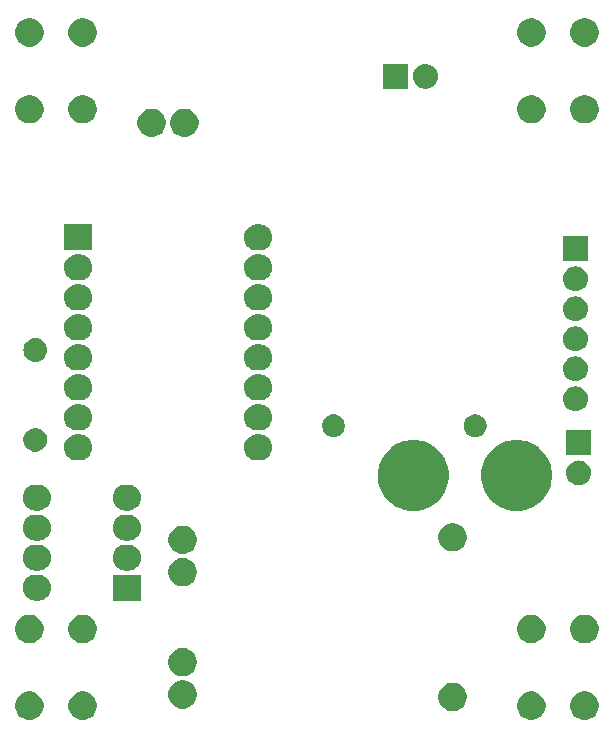
<source format=gbr>
G04 #@! TF.GenerationSoftware,KiCad,Pcbnew,(5.0.1-3-g963ef8bb5)*
G04 #@! TF.CreationDate,2019-04-15T21:43:45+02:00*
G04 #@! TF.ProjectId,NOKOlino,4E4F4B4F6C696E6F2E6B696361645F70,rev?*
G04 #@! TF.SameCoordinates,Original*
G04 #@! TF.FileFunction,Soldermask,Bot*
G04 #@! TF.FilePolarity,Negative*
%FSLAX46Y46*%
G04 Gerber Fmt 4.6, Leading zero omitted, Abs format (unit mm)*
G04 Created by KiCad (PCBNEW (5.0.1-3-g963ef8bb5)) date 2019 April 15, Monday 21:43:45*
%MOMM*%
%LPD*%
G01*
G04 APERTURE LIST*
%ADD10C,0.100000*%
G04 APERTURE END LIST*
D10*
G36*
X182100026Y-144846115D02*
X182318412Y-144936573D01*
X182514958Y-145067901D01*
X182682099Y-145235042D01*
X182813427Y-145431588D01*
X182903885Y-145649974D01*
X182950000Y-145881809D01*
X182950000Y-146118191D01*
X182903885Y-146350026D01*
X182813427Y-146568412D01*
X182682099Y-146764958D01*
X182514958Y-146932099D01*
X182318412Y-147063427D01*
X182100026Y-147153885D01*
X181868191Y-147200000D01*
X181631809Y-147200000D01*
X181399974Y-147153885D01*
X181181588Y-147063427D01*
X180985042Y-146932099D01*
X180817901Y-146764958D01*
X180686573Y-146568412D01*
X180596115Y-146350026D01*
X180550000Y-146118191D01*
X180550000Y-145881809D01*
X180596115Y-145649974D01*
X180686573Y-145431588D01*
X180817901Y-145235042D01*
X180985042Y-145067901D01*
X181181588Y-144936573D01*
X181399974Y-144846115D01*
X181631809Y-144800000D01*
X181868191Y-144800000D01*
X182100026Y-144846115D01*
X182100026Y-144846115D01*
G37*
G36*
X177600026Y-144846115D02*
X177818412Y-144936573D01*
X178014958Y-145067901D01*
X178182099Y-145235042D01*
X178313427Y-145431588D01*
X178403885Y-145649974D01*
X178450000Y-145881809D01*
X178450000Y-146118191D01*
X178403885Y-146350026D01*
X178313427Y-146568412D01*
X178182099Y-146764958D01*
X178014958Y-146932099D01*
X177818412Y-147063427D01*
X177600026Y-147153885D01*
X177368191Y-147200000D01*
X177131809Y-147200000D01*
X176899974Y-147153885D01*
X176681588Y-147063427D01*
X176485042Y-146932099D01*
X176317901Y-146764958D01*
X176186573Y-146568412D01*
X176096115Y-146350026D01*
X176050000Y-146118191D01*
X176050000Y-145881809D01*
X176096115Y-145649974D01*
X176186573Y-145431588D01*
X176317901Y-145235042D01*
X176485042Y-145067901D01*
X176681588Y-144936573D01*
X176899974Y-144846115D01*
X177131809Y-144800000D01*
X177368191Y-144800000D01*
X177600026Y-144846115D01*
X177600026Y-144846115D01*
G37*
G36*
X139600026Y-144846115D02*
X139818412Y-144936573D01*
X140014958Y-145067901D01*
X140182099Y-145235042D01*
X140313427Y-145431588D01*
X140403885Y-145649974D01*
X140450000Y-145881809D01*
X140450000Y-146118191D01*
X140403885Y-146350026D01*
X140313427Y-146568412D01*
X140182099Y-146764958D01*
X140014958Y-146932099D01*
X139818412Y-147063427D01*
X139600026Y-147153885D01*
X139368191Y-147200000D01*
X139131809Y-147200000D01*
X138899974Y-147153885D01*
X138681588Y-147063427D01*
X138485042Y-146932099D01*
X138317901Y-146764958D01*
X138186573Y-146568412D01*
X138096115Y-146350026D01*
X138050000Y-146118191D01*
X138050000Y-145881809D01*
X138096115Y-145649974D01*
X138186573Y-145431588D01*
X138317901Y-145235042D01*
X138485042Y-145067901D01*
X138681588Y-144936573D01*
X138899974Y-144846115D01*
X139131809Y-144800000D01*
X139368191Y-144800000D01*
X139600026Y-144846115D01*
X139600026Y-144846115D01*
G37*
G36*
X135100026Y-144846115D02*
X135318412Y-144936573D01*
X135514958Y-145067901D01*
X135682099Y-145235042D01*
X135813427Y-145431588D01*
X135903885Y-145649974D01*
X135950000Y-145881809D01*
X135950000Y-146118191D01*
X135903885Y-146350026D01*
X135813427Y-146568412D01*
X135682099Y-146764958D01*
X135514958Y-146932099D01*
X135318412Y-147063427D01*
X135100026Y-147153885D01*
X134868191Y-147200000D01*
X134631809Y-147200000D01*
X134399974Y-147153885D01*
X134181588Y-147063427D01*
X133985042Y-146932099D01*
X133817901Y-146764958D01*
X133686573Y-146568412D01*
X133596115Y-146350026D01*
X133550000Y-146118191D01*
X133550000Y-145881809D01*
X133596115Y-145649974D01*
X133686573Y-145431588D01*
X133817901Y-145235042D01*
X133985042Y-145067901D01*
X134181588Y-144936573D01*
X134399974Y-144846115D01*
X134631809Y-144800000D01*
X134868191Y-144800000D01*
X135100026Y-144846115D01*
X135100026Y-144846115D01*
G37*
G36*
X170930026Y-144102515D02*
X171148412Y-144192973D01*
X171344958Y-144324301D01*
X171512099Y-144491442D01*
X171643427Y-144687988D01*
X171733885Y-144906374D01*
X171780000Y-145138209D01*
X171780000Y-145374591D01*
X171733885Y-145606426D01*
X171643427Y-145824812D01*
X171512099Y-146021358D01*
X171344958Y-146188499D01*
X171148412Y-146319827D01*
X170930026Y-146410285D01*
X170698191Y-146456400D01*
X170461809Y-146456400D01*
X170229974Y-146410285D01*
X170011588Y-146319827D01*
X169815042Y-146188499D01*
X169647901Y-146021358D01*
X169516573Y-145824812D01*
X169426115Y-145606426D01*
X169380000Y-145374591D01*
X169380000Y-145138209D01*
X169426115Y-144906374D01*
X169516573Y-144687988D01*
X169647901Y-144491442D01*
X169815042Y-144324301D01*
X170011588Y-144192973D01*
X170229974Y-144102515D01*
X170461809Y-144056400D01*
X170698191Y-144056400D01*
X170930026Y-144102515D01*
X170930026Y-144102515D01*
G37*
G36*
X148070026Y-143899315D02*
X148288412Y-143989773D01*
X148484958Y-144121101D01*
X148652099Y-144288242D01*
X148783427Y-144484788D01*
X148873885Y-144703174D01*
X148920000Y-144935009D01*
X148920000Y-145171391D01*
X148873885Y-145403226D01*
X148783427Y-145621612D01*
X148652099Y-145818158D01*
X148484958Y-145985299D01*
X148288412Y-146116627D01*
X148070026Y-146207085D01*
X147838191Y-146253200D01*
X147601809Y-146253200D01*
X147369974Y-146207085D01*
X147151588Y-146116627D01*
X146955042Y-145985299D01*
X146787901Y-145818158D01*
X146656573Y-145621612D01*
X146566115Y-145403226D01*
X146520000Y-145171391D01*
X146520000Y-144935009D01*
X146566115Y-144703174D01*
X146656573Y-144484788D01*
X146787901Y-144288242D01*
X146955042Y-144121101D01*
X147151588Y-143989773D01*
X147369974Y-143899315D01*
X147601809Y-143853200D01*
X147838191Y-143853200D01*
X148070026Y-143899315D01*
X148070026Y-143899315D01*
G37*
G36*
X148070026Y-141156115D02*
X148288412Y-141246573D01*
X148484958Y-141377901D01*
X148652099Y-141545042D01*
X148783427Y-141741588D01*
X148873885Y-141959974D01*
X148920000Y-142191809D01*
X148920000Y-142428191D01*
X148873885Y-142660026D01*
X148783427Y-142878412D01*
X148652099Y-143074958D01*
X148484958Y-143242099D01*
X148288412Y-143373427D01*
X148070026Y-143463885D01*
X147838191Y-143510000D01*
X147601809Y-143510000D01*
X147369974Y-143463885D01*
X147151588Y-143373427D01*
X146955042Y-143242099D01*
X146787901Y-143074958D01*
X146656573Y-142878412D01*
X146566115Y-142660026D01*
X146520000Y-142428191D01*
X146520000Y-142191809D01*
X146566115Y-141959974D01*
X146656573Y-141741588D01*
X146787901Y-141545042D01*
X146955042Y-141377901D01*
X147151588Y-141246573D01*
X147369974Y-141156115D01*
X147601809Y-141110000D01*
X147838191Y-141110000D01*
X148070026Y-141156115D01*
X148070026Y-141156115D01*
G37*
G36*
X177600026Y-138346115D02*
X177818412Y-138436573D01*
X178014958Y-138567901D01*
X178182099Y-138735042D01*
X178313427Y-138931588D01*
X178403885Y-139149974D01*
X178450000Y-139381809D01*
X178450000Y-139618191D01*
X178403885Y-139850026D01*
X178313427Y-140068412D01*
X178182099Y-140264958D01*
X178014958Y-140432099D01*
X177818412Y-140563427D01*
X177600026Y-140653885D01*
X177368191Y-140700000D01*
X177131809Y-140700000D01*
X176899974Y-140653885D01*
X176681588Y-140563427D01*
X176485042Y-140432099D01*
X176317901Y-140264958D01*
X176186573Y-140068412D01*
X176096115Y-139850026D01*
X176050000Y-139618191D01*
X176050000Y-139381809D01*
X176096115Y-139149974D01*
X176186573Y-138931588D01*
X176317901Y-138735042D01*
X176485042Y-138567901D01*
X176681588Y-138436573D01*
X176899974Y-138346115D01*
X177131809Y-138300000D01*
X177368191Y-138300000D01*
X177600026Y-138346115D01*
X177600026Y-138346115D01*
G37*
G36*
X182100026Y-138346115D02*
X182318412Y-138436573D01*
X182514958Y-138567901D01*
X182682099Y-138735042D01*
X182813427Y-138931588D01*
X182903885Y-139149974D01*
X182950000Y-139381809D01*
X182950000Y-139618191D01*
X182903885Y-139850026D01*
X182813427Y-140068412D01*
X182682099Y-140264958D01*
X182514958Y-140432099D01*
X182318412Y-140563427D01*
X182100026Y-140653885D01*
X181868191Y-140700000D01*
X181631809Y-140700000D01*
X181399974Y-140653885D01*
X181181588Y-140563427D01*
X180985042Y-140432099D01*
X180817901Y-140264958D01*
X180686573Y-140068412D01*
X180596115Y-139850026D01*
X180550000Y-139618191D01*
X180550000Y-139381809D01*
X180596115Y-139149974D01*
X180686573Y-138931588D01*
X180817901Y-138735042D01*
X180985042Y-138567901D01*
X181181588Y-138436573D01*
X181399974Y-138346115D01*
X181631809Y-138300000D01*
X181868191Y-138300000D01*
X182100026Y-138346115D01*
X182100026Y-138346115D01*
G37*
G36*
X139600026Y-138346115D02*
X139818412Y-138436573D01*
X140014958Y-138567901D01*
X140182099Y-138735042D01*
X140313427Y-138931588D01*
X140403885Y-139149974D01*
X140450000Y-139381809D01*
X140450000Y-139618191D01*
X140403885Y-139850026D01*
X140313427Y-140068412D01*
X140182099Y-140264958D01*
X140014958Y-140432099D01*
X139818412Y-140563427D01*
X139600026Y-140653885D01*
X139368191Y-140700000D01*
X139131809Y-140700000D01*
X138899974Y-140653885D01*
X138681588Y-140563427D01*
X138485042Y-140432099D01*
X138317901Y-140264958D01*
X138186573Y-140068412D01*
X138096115Y-139850026D01*
X138050000Y-139618191D01*
X138050000Y-139381809D01*
X138096115Y-139149974D01*
X138186573Y-138931588D01*
X138317901Y-138735042D01*
X138485042Y-138567901D01*
X138681588Y-138436573D01*
X138899974Y-138346115D01*
X139131809Y-138300000D01*
X139368191Y-138300000D01*
X139600026Y-138346115D01*
X139600026Y-138346115D01*
G37*
G36*
X135100026Y-138346115D02*
X135318412Y-138436573D01*
X135514958Y-138567901D01*
X135682099Y-138735042D01*
X135813427Y-138931588D01*
X135903885Y-139149974D01*
X135950000Y-139381809D01*
X135950000Y-139618191D01*
X135903885Y-139850026D01*
X135813427Y-140068412D01*
X135682099Y-140264958D01*
X135514958Y-140432099D01*
X135318412Y-140563427D01*
X135100026Y-140653885D01*
X134868191Y-140700000D01*
X134631809Y-140700000D01*
X134399974Y-140653885D01*
X134181588Y-140563427D01*
X133985042Y-140432099D01*
X133817901Y-140264958D01*
X133686573Y-140068412D01*
X133596115Y-139850026D01*
X133550000Y-139618191D01*
X133550000Y-139381809D01*
X133596115Y-139149974D01*
X133686573Y-138931588D01*
X133817901Y-138735042D01*
X133985042Y-138567901D01*
X134181588Y-138436573D01*
X134399974Y-138346115D01*
X134631809Y-138300000D01*
X134868191Y-138300000D01*
X135100026Y-138346115D01*
X135100026Y-138346115D01*
G37*
G36*
X135695639Y-134915916D02*
X135902986Y-134978815D01*
X135902988Y-134978816D01*
X136094084Y-135080958D01*
X136261581Y-135218419D01*
X136399042Y-135385916D01*
X136435945Y-135454958D01*
X136501185Y-135577014D01*
X136514862Y-135622101D01*
X136564084Y-135784362D01*
X136585322Y-136000000D01*
X136564084Y-136215638D01*
X136501184Y-136422988D01*
X136399042Y-136614084D01*
X136261581Y-136781581D01*
X136094084Y-136919042D01*
X135902988Y-137021184D01*
X135902986Y-137021185D01*
X135695639Y-137084084D01*
X135534038Y-137100000D01*
X135225962Y-137100000D01*
X135064361Y-137084084D01*
X134857014Y-137021185D01*
X134857012Y-137021184D01*
X134665916Y-136919042D01*
X134498419Y-136781581D01*
X134360958Y-136614084D01*
X134258816Y-136422988D01*
X134195916Y-136215638D01*
X134174678Y-136000000D01*
X134195916Y-135784362D01*
X134245138Y-135622101D01*
X134258815Y-135577014D01*
X134324055Y-135454958D01*
X134360958Y-135385916D01*
X134498419Y-135218419D01*
X134665916Y-135080958D01*
X134857012Y-134978816D01*
X134857014Y-134978815D01*
X135064361Y-134915916D01*
X135225962Y-134900000D01*
X135534038Y-134900000D01*
X135695639Y-134915916D01*
X135695639Y-134915916D01*
G37*
G36*
X144200000Y-137100000D02*
X141800000Y-137100000D01*
X141800000Y-134900000D01*
X144200000Y-134900000D01*
X144200000Y-137100000D01*
X144200000Y-137100000D01*
G37*
G36*
X148070026Y-133536115D02*
X148288412Y-133626573D01*
X148484958Y-133757901D01*
X148652099Y-133925042D01*
X148783427Y-134121588D01*
X148873885Y-134339974D01*
X148920000Y-134571809D01*
X148920000Y-134808191D01*
X148873885Y-135040026D01*
X148783427Y-135258412D01*
X148652099Y-135454958D01*
X148484958Y-135622099D01*
X148288412Y-135753427D01*
X148070026Y-135843885D01*
X147838191Y-135890000D01*
X147601809Y-135890000D01*
X147369974Y-135843885D01*
X147151588Y-135753427D01*
X146955042Y-135622099D01*
X146787901Y-135454958D01*
X146656573Y-135258412D01*
X146566115Y-135040026D01*
X146520000Y-134808191D01*
X146520000Y-134571809D01*
X146566115Y-134339974D01*
X146656573Y-134121588D01*
X146787901Y-133925042D01*
X146955042Y-133757901D01*
X147151588Y-133626573D01*
X147369974Y-133536115D01*
X147601809Y-133490000D01*
X147838191Y-133490000D01*
X148070026Y-133536115D01*
X148070026Y-133536115D01*
G37*
G36*
X135695639Y-132375916D02*
X135902986Y-132438815D01*
X135902988Y-132438816D01*
X136094084Y-132540958D01*
X136261581Y-132678419D01*
X136399042Y-132845916D01*
X136486867Y-133010226D01*
X136501185Y-133037014D01*
X136564084Y-133244361D01*
X136585322Y-133460000D01*
X136564084Y-133675639D01*
X136539130Y-133757901D01*
X136501184Y-133882988D01*
X136399042Y-134074084D01*
X136261581Y-134241581D01*
X136094084Y-134379042D01*
X135902988Y-134481184D01*
X135902986Y-134481185D01*
X135695639Y-134544084D01*
X135534038Y-134560000D01*
X135225962Y-134560000D01*
X135064361Y-134544084D01*
X134857014Y-134481185D01*
X134857012Y-134481184D01*
X134665916Y-134379042D01*
X134498419Y-134241581D01*
X134360958Y-134074084D01*
X134258816Y-133882988D01*
X134220871Y-133757901D01*
X134195916Y-133675639D01*
X134174678Y-133460000D01*
X134195916Y-133244361D01*
X134258815Y-133037014D01*
X134273133Y-133010226D01*
X134360958Y-132845916D01*
X134498419Y-132678419D01*
X134665916Y-132540958D01*
X134857012Y-132438816D01*
X134857014Y-132438815D01*
X135064361Y-132375916D01*
X135225962Y-132360000D01*
X135534038Y-132360000D01*
X135695639Y-132375916D01*
X135695639Y-132375916D01*
G37*
G36*
X143315639Y-132375916D02*
X143522986Y-132438815D01*
X143522988Y-132438816D01*
X143714084Y-132540958D01*
X143881581Y-132678419D01*
X144019042Y-132845916D01*
X144106867Y-133010226D01*
X144121185Y-133037014D01*
X144184084Y-133244361D01*
X144205322Y-133460000D01*
X144184084Y-133675639D01*
X144159130Y-133757901D01*
X144121184Y-133882988D01*
X144019042Y-134074084D01*
X143881581Y-134241581D01*
X143714084Y-134379042D01*
X143522988Y-134481184D01*
X143522986Y-134481185D01*
X143315639Y-134544084D01*
X143154038Y-134560000D01*
X142845962Y-134560000D01*
X142684361Y-134544084D01*
X142477014Y-134481185D01*
X142477012Y-134481184D01*
X142285916Y-134379042D01*
X142118419Y-134241581D01*
X141980958Y-134074084D01*
X141878816Y-133882988D01*
X141840871Y-133757901D01*
X141815916Y-133675639D01*
X141794678Y-133460000D01*
X141815916Y-133244361D01*
X141878815Y-133037014D01*
X141893133Y-133010226D01*
X141980958Y-132845916D01*
X142118419Y-132678419D01*
X142285916Y-132540958D01*
X142477012Y-132438816D01*
X142477014Y-132438815D01*
X142684361Y-132375916D01*
X142845962Y-132360000D01*
X143154038Y-132360000D01*
X143315639Y-132375916D01*
X143315639Y-132375916D01*
G37*
G36*
X148070026Y-130792915D02*
X148288412Y-130883373D01*
X148484958Y-131014701D01*
X148652099Y-131181842D01*
X148783427Y-131378388D01*
X148873885Y-131596774D01*
X148920000Y-131828609D01*
X148920000Y-132064991D01*
X148873885Y-132296826D01*
X148783427Y-132515212D01*
X148652099Y-132711758D01*
X148484958Y-132878899D01*
X148288412Y-133010227D01*
X148070026Y-133100685D01*
X147838191Y-133146800D01*
X147601809Y-133146800D01*
X147369974Y-133100685D01*
X147151588Y-133010227D01*
X146955042Y-132878899D01*
X146787901Y-132711758D01*
X146656573Y-132515212D01*
X146566115Y-132296826D01*
X146520000Y-132064991D01*
X146520000Y-131828609D01*
X146566115Y-131596774D01*
X146656573Y-131378388D01*
X146787901Y-131181842D01*
X146955042Y-131014701D01*
X147151588Y-130883373D01*
X147369974Y-130792915D01*
X147601809Y-130746800D01*
X147838191Y-130746800D01*
X148070026Y-130792915D01*
X148070026Y-130792915D01*
G37*
G36*
X170930026Y-130589715D02*
X171148412Y-130680173D01*
X171344958Y-130811501D01*
X171512099Y-130978642D01*
X171643427Y-131175188D01*
X171733885Y-131393574D01*
X171780000Y-131625409D01*
X171780000Y-131861791D01*
X171733885Y-132093626D01*
X171643427Y-132312012D01*
X171512099Y-132508558D01*
X171344958Y-132675699D01*
X171148412Y-132807027D01*
X170930026Y-132897485D01*
X170698191Y-132943600D01*
X170461809Y-132943600D01*
X170229974Y-132897485D01*
X170011588Y-132807027D01*
X169815042Y-132675699D01*
X169647901Y-132508558D01*
X169516573Y-132312012D01*
X169426115Y-132093626D01*
X169380000Y-131861791D01*
X169380000Y-131625409D01*
X169426115Y-131393574D01*
X169516573Y-131175188D01*
X169647901Y-130978642D01*
X169815042Y-130811501D01*
X170011588Y-130680173D01*
X170229974Y-130589715D01*
X170461809Y-130543600D01*
X170698191Y-130543600D01*
X170930026Y-130589715D01*
X170930026Y-130589715D01*
G37*
G36*
X143315639Y-129835916D02*
X143522986Y-129898815D01*
X143522988Y-129898816D01*
X143714084Y-130000958D01*
X143881581Y-130138419D01*
X144019042Y-130305916D01*
X144121184Y-130497012D01*
X144121185Y-130497014D01*
X144184084Y-130704361D01*
X144205322Y-130920000D01*
X144184084Y-131135639D01*
X144172087Y-131175188D01*
X144121184Y-131342988D01*
X144019042Y-131534084D01*
X143881581Y-131701581D01*
X143714084Y-131839042D01*
X143522988Y-131941184D01*
X143522986Y-131941185D01*
X143315639Y-132004084D01*
X143154038Y-132020000D01*
X142845962Y-132020000D01*
X142684361Y-132004084D01*
X142477014Y-131941185D01*
X142477012Y-131941184D01*
X142285916Y-131839042D01*
X142118419Y-131701581D01*
X141980958Y-131534084D01*
X141878816Y-131342988D01*
X141827914Y-131175188D01*
X141815916Y-131135639D01*
X141794678Y-130920000D01*
X141815916Y-130704361D01*
X141878815Y-130497014D01*
X141878816Y-130497012D01*
X141980958Y-130305916D01*
X142118419Y-130138419D01*
X142285916Y-130000958D01*
X142477012Y-129898816D01*
X142477014Y-129898815D01*
X142684361Y-129835916D01*
X142845962Y-129820000D01*
X143154038Y-129820000D01*
X143315639Y-129835916D01*
X143315639Y-129835916D01*
G37*
G36*
X135695639Y-129835916D02*
X135902986Y-129898815D01*
X135902988Y-129898816D01*
X136094084Y-130000958D01*
X136261581Y-130138419D01*
X136399042Y-130305916D01*
X136501184Y-130497012D01*
X136501185Y-130497014D01*
X136564084Y-130704361D01*
X136585322Y-130920000D01*
X136564084Y-131135639D01*
X136552087Y-131175188D01*
X136501184Y-131342988D01*
X136399042Y-131534084D01*
X136261581Y-131701581D01*
X136094084Y-131839042D01*
X135902988Y-131941184D01*
X135902986Y-131941185D01*
X135695639Y-132004084D01*
X135534038Y-132020000D01*
X135225962Y-132020000D01*
X135064361Y-132004084D01*
X134857014Y-131941185D01*
X134857012Y-131941184D01*
X134665916Y-131839042D01*
X134498419Y-131701581D01*
X134360958Y-131534084D01*
X134258816Y-131342988D01*
X134207914Y-131175188D01*
X134195916Y-131135639D01*
X134174678Y-130920000D01*
X134195916Y-130704361D01*
X134258815Y-130497014D01*
X134258816Y-130497012D01*
X134360958Y-130305916D01*
X134498419Y-130138419D01*
X134665916Y-130000958D01*
X134857012Y-129898816D01*
X134857014Y-129898815D01*
X135064361Y-129835916D01*
X135225962Y-129820000D01*
X135534038Y-129820000D01*
X135695639Y-129835916D01*
X135695639Y-129835916D01*
G37*
G36*
X167931870Y-123576859D02*
X168125068Y-123615288D01*
X168671033Y-123841434D01*
X169114071Y-124137463D01*
X169162392Y-124169750D01*
X169580250Y-124587608D01*
X169580252Y-124587611D01*
X169908566Y-125078967D01*
X170134712Y-125624932D01*
X170173141Y-125818130D01*
X170250000Y-126204524D01*
X170250000Y-126795476D01*
X170202146Y-127036054D01*
X170134712Y-127375068D01*
X169908566Y-127921033D01*
X169601894Y-128380000D01*
X169580250Y-128412392D01*
X169162392Y-128830250D01*
X169162389Y-128830252D01*
X168671033Y-129158566D01*
X168125068Y-129384712D01*
X168042257Y-129401184D01*
X167545476Y-129500000D01*
X166954524Y-129500000D01*
X166457743Y-129401184D01*
X166374932Y-129384712D01*
X165828967Y-129158566D01*
X165337611Y-128830252D01*
X165337608Y-128830250D01*
X164919750Y-128412392D01*
X164898106Y-128380000D01*
X164591434Y-127921033D01*
X164365288Y-127375068D01*
X164297854Y-127036054D01*
X164250000Y-126795476D01*
X164250000Y-126204524D01*
X164326859Y-125818130D01*
X164365288Y-125624932D01*
X164591434Y-125078967D01*
X164919748Y-124587611D01*
X164919750Y-124587608D01*
X165337608Y-124169750D01*
X165385929Y-124137463D01*
X165828967Y-123841434D01*
X166374932Y-123615288D01*
X166568130Y-123576859D01*
X166954524Y-123500000D01*
X167545476Y-123500000D01*
X167931870Y-123576859D01*
X167931870Y-123576859D01*
G37*
G36*
X176681870Y-123576859D02*
X176875068Y-123615288D01*
X177421033Y-123841434D01*
X177864071Y-124137463D01*
X177912392Y-124169750D01*
X178330250Y-124587608D01*
X178330252Y-124587611D01*
X178658566Y-125078967D01*
X178884712Y-125624932D01*
X178923141Y-125818130D01*
X179000000Y-126204524D01*
X179000000Y-126795476D01*
X178952146Y-127036054D01*
X178884712Y-127375068D01*
X178658566Y-127921033D01*
X178351894Y-128380000D01*
X178330250Y-128412392D01*
X177912392Y-128830250D01*
X177912389Y-128830252D01*
X177421033Y-129158566D01*
X176875068Y-129384712D01*
X176792257Y-129401184D01*
X176295476Y-129500000D01*
X175704524Y-129500000D01*
X175207743Y-129401184D01*
X175124932Y-129384712D01*
X174578967Y-129158566D01*
X174087611Y-128830252D01*
X174087608Y-128830250D01*
X173669750Y-128412392D01*
X173648106Y-128380000D01*
X173341434Y-127921033D01*
X173115288Y-127375068D01*
X173047854Y-127036054D01*
X173000000Y-126795476D01*
X173000000Y-126204524D01*
X173076859Y-125818130D01*
X173115288Y-125624932D01*
X173341434Y-125078967D01*
X173669748Y-124587611D01*
X173669750Y-124587608D01*
X174087608Y-124169750D01*
X174135929Y-124137463D01*
X174578967Y-123841434D01*
X175124932Y-123615288D01*
X175318130Y-123576859D01*
X175704524Y-123500000D01*
X176295476Y-123500000D01*
X176681870Y-123576859D01*
X176681870Y-123576859D01*
G37*
G36*
X143315639Y-127295916D02*
X143522986Y-127358815D01*
X143522988Y-127358816D01*
X143714084Y-127460958D01*
X143881581Y-127598419D01*
X144019042Y-127765916D01*
X144121184Y-127957012D01*
X144184084Y-128164362D01*
X144205322Y-128380000D01*
X144184084Y-128595638D01*
X144121184Y-128802988D01*
X144019042Y-128994084D01*
X143881581Y-129161581D01*
X143714084Y-129299042D01*
X143553805Y-129384712D01*
X143522986Y-129401185D01*
X143315639Y-129464084D01*
X143154038Y-129480000D01*
X142845962Y-129480000D01*
X142684361Y-129464084D01*
X142477014Y-129401185D01*
X142446195Y-129384712D01*
X142285916Y-129299042D01*
X142118419Y-129161581D01*
X141980958Y-128994084D01*
X141878816Y-128802988D01*
X141815916Y-128595638D01*
X141794678Y-128380000D01*
X141815916Y-128164362D01*
X141878816Y-127957012D01*
X141980958Y-127765916D01*
X142118419Y-127598419D01*
X142285916Y-127460958D01*
X142477012Y-127358816D01*
X142477014Y-127358815D01*
X142684361Y-127295916D01*
X142845962Y-127280000D01*
X143154038Y-127280000D01*
X143315639Y-127295916D01*
X143315639Y-127295916D01*
G37*
G36*
X135695639Y-127295916D02*
X135902986Y-127358815D01*
X135902988Y-127358816D01*
X136094084Y-127460958D01*
X136261581Y-127598419D01*
X136399042Y-127765916D01*
X136501184Y-127957012D01*
X136564084Y-128164362D01*
X136585322Y-128380000D01*
X136564084Y-128595638D01*
X136501184Y-128802988D01*
X136399042Y-128994084D01*
X136261581Y-129161581D01*
X136094084Y-129299042D01*
X135933805Y-129384712D01*
X135902986Y-129401185D01*
X135695639Y-129464084D01*
X135534038Y-129480000D01*
X135225962Y-129480000D01*
X135064361Y-129464084D01*
X134857014Y-129401185D01*
X134826195Y-129384712D01*
X134665916Y-129299042D01*
X134498419Y-129161581D01*
X134360958Y-128994084D01*
X134258816Y-128802988D01*
X134195916Y-128595638D01*
X134174678Y-128380000D01*
X134195916Y-128164362D01*
X134258816Y-127957012D01*
X134360958Y-127765916D01*
X134498419Y-127598419D01*
X134665916Y-127460958D01*
X134857012Y-127358816D01*
X134857014Y-127358815D01*
X135064361Y-127295916D01*
X135225962Y-127280000D01*
X135534038Y-127280000D01*
X135695639Y-127295916D01*
X135695639Y-127295916D01*
G37*
G36*
X181378707Y-125247596D02*
X181455836Y-125255193D01*
X181587787Y-125295220D01*
X181653763Y-125315233D01*
X181836172Y-125412733D01*
X181996054Y-125543946D01*
X182127267Y-125703828D01*
X182224767Y-125886237D01*
X182224767Y-125886238D01*
X182284807Y-126084164D01*
X182305080Y-126290000D01*
X182284807Y-126495836D01*
X182244780Y-126627787D01*
X182224767Y-126693763D01*
X182127267Y-126876172D01*
X181996054Y-127036054D01*
X181836172Y-127167267D01*
X181653763Y-127264767D01*
X181587787Y-127284780D01*
X181455836Y-127324807D01*
X181378707Y-127332403D01*
X181301580Y-127340000D01*
X181198420Y-127340000D01*
X181121293Y-127332403D01*
X181044164Y-127324807D01*
X180912213Y-127284780D01*
X180846237Y-127264767D01*
X180663828Y-127167267D01*
X180503946Y-127036054D01*
X180372733Y-126876172D01*
X180275233Y-126693763D01*
X180255220Y-126627787D01*
X180215193Y-126495836D01*
X180194920Y-126290000D01*
X180215193Y-126084164D01*
X180275233Y-125886238D01*
X180275233Y-125886237D01*
X180372733Y-125703828D01*
X180503946Y-125543946D01*
X180663828Y-125412733D01*
X180846237Y-125315233D01*
X180912213Y-125295220D01*
X181044164Y-125255193D01*
X181121293Y-125247596D01*
X181198420Y-125240000D01*
X181301580Y-125240000D01*
X181378707Y-125247596D01*
X181378707Y-125247596D01*
G37*
G36*
X154435639Y-123055916D02*
X154642986Y-123118815D01*
X154642988Y-123118816D01*
X154834084Y-123220958D01*
X155001581Y-123358419D01*
X155139042Y-123525916D01*
X155241184Y-123717012D01*
X155241185Y-123717014D01*
X155304084Y-123924361D01*
X155325322Y-124140000D01*
X155304084Y-124355639D01*
X155294817Y-124386189D01*
X155241184Y-124562988D01*
X155139042Y-124754084D01*
X155001581Y-124921581D01*
X154834084Y-125059042D01*
X154642988Y-125161184D01*
X154642986Y-125161185D01*
X154435639Y-125224084D01*
X154274038Y-125240000D01*
X153965962Y-125240000D01*
X153804361Y-125224084D01*
X153597014Y-125161185D01*
X153597012Y-125161184D01*
X153405916Y-125059042D01*
X153238419Y-124921581D01*
X153100958Y-124754084D01*
X152998816Y-124562988D01*
X152945184Y-124386189D01*
X152935916Y-124355639D01*
X152914678Y-124140000D01*
X152935916Y-123924361D01*
X152998815Y-123717014D01*
X152998816Y-123717012D01*
X153100958Y-123525916D01*
X153238419Y-123358419D01*
X153405916Y-123220958D01*
X153597012Y-123118816D01*
X153597014Y-123118815D01*
X153804361Y-123055916D01*
X153965962Y-123040000D01*
X154274038Y-123040000D01*
X154435639Y-123055916D01*
X154435639Y-123055916D01*
G37*
G36*
X139195639Y-123055916D02*
X139402986Y-123118815D01*
X139402988Y-123118816D01*
X139594084Y-123220958D01*
X139761581Y-123358419D01*
X139899042Y-123525916D01*
X140001184Y-123717012D01*
X140001185Y-123717014D01*
X140064084Y-123924361D01*
X140085322Y-124140000D01*
X140064084Y-124355639D01*
X140054817Y-124386189D01*
X140001184Y-124562988D01*
X139899042Y-124754084D01*
X139761581Y-124921581D01*
X139594084Y-125059042D01*
X139402988Y-125161184D01*
X139402986Y-125161185D01*
X139195639Y-125224084D01*
X139034038Y-125240000D01*
X138725962Y-125240000D01*
X138564361Y-125224084D01*
X138357014Y-125161185D01*
X138357012Y-125161184D01*
X138165916Y-125059042D01*
X137998419Y-124921581D01*
X137860958Y-124754084D01*
X137758816Y-124562988D01*
X137705184Y-124386189D01*
X137695916Y-124355639D01*
X137674678Y-124140000D01*
X137695916Y-123924361D01*
X137758815Y-123717014D01*
X137758816Y-123717012D01*
X137860958Y-123525916D01*
X137998419Y-123358419D01*
X138165916Y-123220958D01*
X138357012Y-123118816D01*
X138357014Y-123118815D01*
X138564361Y-123055916D01*
X138725962Y-123040000D01*
X139034038Y-123040000D01*
X139195639Y-123055916D01*
X139195639Y-123055916D01*
G37*
G36*
X182300000Y-124800000D02*
X180200000Y-124800000D01*
X180200000Y-122700000D01*
X182300000Y-122700000D01*
X182300000Y-124800000D01*
X182300000Y-124800000D01*
G37*
G36*
X135425770Y-122515372D02*
X135541689Y-122538429D01*
X135723678Y-122613811D01*
X135887463Y-122723249D01*
X136026751Y-122862537D01*
X136136189Y-123026322D01*
X136211571Y-123208311D01*
X136250000Y-123401509D01*
X136250000Y-123598491D01*
X136211571Y-123791689D01*
X136136189Y-123973678D01*
X136026751Y-124137463D01*
X135887463Y-124276751D01*
X135723678Y-124386189D01*
X135541689Y-124461571D01*
X135425770Y-124484628D01*
X135348493Y-124500000D01*
X135151507Y-124500000D01*
X135074230Y-124484628D01*
X134958311Y-124461571D01*
X134776322Y-124386189D01*
X134612537Y-124276751D01*
X134473249Y-124137463D01*
X134363811Y-123973678D01*
X134288429Y-123791689D01*
X134250000Y-123598491D01*
X134250000Y-123401509D01*
X134288429Y-123208311D01*
X134363811Y-123026322D01*
X134473249Y-122862537D01*
X134612537Y-122723249D01*
X134776322Y-122613811D01*
X134958311Y-122538429D01*
X135074230Y-122515372D01*
X135151507Y-122500000D01*
X135348493Y-122500000D01*
X135425770Y-122515372D01*
X135425770Y-122515372D01*
G37*
G36*
X160780603Y-121374968D02*
X160803282Y-121384362D01*
X160955678Y-121447486D01*
X160955679Y-121447487D01*
X161113241Y-121552767D01*
X161247233Y-121686759D01*
X161247234Y-121686761D01*
X161352514Y-121844322D01*
X161408603Y-121979734D01*
X161425032Y-122019397D01*
X161462000Y-122205250D01*
X161462000Y-122394750D01*
X161425032Y-122580603D01*
X161425031Y-122580605D01*
X161352514Y-122755678D01*
X161352513Y-122755679D01*
X161247233Y-122913241D01*
X161113241Y-123047233D01*
X161100246Y-123055916D01*
X160955678Y-123152514D01*
X160820971Y-123208311D01*
X160780603Y-123225032D01*
X160594750Y-123262000D01*
X160405250Y-123262000D01*
X160219397Y-123225032D01*
X160179029Y-123208311D01*
X160044322Y-123152514D01*
X159899754Y-123055916D01*
X159886759Y-123047233D01*
X159752767Y-122913241D01*
X159647487Y-122755679D01*
X159647486Y-122755678D01*
X159574969Y-122580605D01*
X159574968Y-122580603D01*
X159538000Y-122394750D01*
X159538000Y-122205250D01*
X159574968Y-122019397D01*
X159591397Y-121979734D01*
X159647486Y-121844322D01*
X159752766Y-121686761D01*
X159752767Y-121686759D01*
X159886759Y-121552767D01*
X160044321Y-121447487D01*
X160044322Y-121447486D01*
X160196718Y-121384362D01*
X160219397Y-121374968D01*
X160405250Y-121338000D01*
X160594750Y-121338000D01*
X160780603Y-121374968D01*
X160780603Y-121374968D01*
G37*
G36*
X172780603Y-121374968D02*
X172803282Y-121384362D01*
X172955678Y-121447486D01*
X172955679Y-121447487D01*
X173113241Y-121552767D01*
X173247233Y-121686759D01*
X173247234Y-121686761D01*
X173352514Y-121844322D01*
X173408603Y-121979734D01*
X173425032Y-122019397D01*
X173462000Y-122205250D01*
X173462000Y-122394750D01*
X173425032Y-122580603D01*
X173425031Y-122580605D01*
X173352514Y-122755678D01*
X173352513Y-122755679D01*
X173247233Y-122913241D01*
X173113241Y-123047233D01*
X173100246Y-123055916D01*
X172955678Y-123152514D01*
X172820971Y-123208311D01*
X172780603Y-123225032D01*
X172594750Y-123262000D01*
X172405250Y-123262000D01*
X172219397Y-123225032D01*
X172179029Y-123208311D01*
X172044322Y-123152514D01*
X171899754Y-123055916D01*
X171886759Y-123047233D01*
X171752767Y-122913241D01*
X171647487Y-122755679D01*
X171647486Y-122755678D01*
X171574969Y-122580605D01*
X171574968Y-122580603D01*
X171538000Y-122394750D01*
X171538000Y-122205250D01*
X171574968Y-122019397D01*
X171591397Y-121979734D01*
X171647486Y-121844322D01*
X171752766Y-121686761D01*
X171752767Y-121686759D01*
X171886759Y-121552767D01*
X172044321Y-121447487D01*
X172044322Y-121447486D01*
X172196718Y-121384362D01*
X172219397Y-121374968D01*
X172405250Y-121338000D01*
X172594750Y-121338000D01*
X172780603Y-121374968D01*
X172780603Y-121374968D01*
G37*
G36*
X139195639Y-120515916D02*
X139402986Y-120578815D01*
X139402988Y-120578816D01*
X139594084Y-120680958D01*
X139761581Y-120818419D01*
X139899042Y-120985916D01*
X140001184Y-121177012D01*
X140001185Y-121177014D01*
X140064084Y-121384361D01*
X140085322Y-121600000D01*
X140064084Y-121815639D01*
X140002274Y-122019397D01*
X140001184Y-122022988D01*
X139899042Y-122214084D01*
X139761581Y-122381581D01*
X139594084Y-122519042D01*
X139416782Y-122613811D01*
X139402986Y-122621185D01*
X139195639Y-122684084D01*
X139034038Y-122700000D01*
X138725962Y-122700000D01*
X138564361Y-122684084D01*
X138357014Y-122621185D01*
X138343218Y-122613811D01*
X138165916Y-122519042D01*
X137998419Y-122381581D01*
X137860958Y-122214084D01*
X137758816Y-122022988D01*
X137757727Y-122019397D01*
X137695916Y-121815639D01*
X137674678Y-121600000D01*
X137695916Y-121384361D01*
X137758815Y-121177014D01*
X137758816Y-121177012D01*
X137860958Y-120985916D01*
X137998419Y-120818419D01*
X138165916Y-120680958D01*
X138357012Y-120578816D01*
X138357014Y-120578815D01*
X138564361Y-120515916D01*
X138725962Y-120500000D01*
X139034038Y-120500000D01*
X139195639Y-120515916D01*
X139195639Y-120515916D01*
G37*
G36*
X154435639Y-120515916D02*
X154642986Y-120578815D01*
X154642988Y-120578816D01*
X154834084Y-120680958D01*
X155001581Y-120818419D01*
X155139042Y-120985916D01*
X155241184Y-121177012D01*
X155241185Y-121177014D01*
X155304084Y-121384361D01*
X155325322Y-121600000D01*
X155304084Y-121815639D01*
X155242274Y-122019397D01*
X155241184Y-122022988D01*
X155139042Y-122214084D01*
X155001581Y-122381581D01*
X154834084Y-122519042D01*
X154656782Y-122613811D01*
X154642986Y-122621185D01*
X154435639Y-122684084D01*
X154274038Y-122700000D01*
X153965962Y-122700000D01*
X153804361Y-122684084D01*
X153597014Y-122621185D01*
X153583218Y-122613811D01*
X153405916Y-122519042D01*
X153238419Y-122381581D01*
X153100958Y-122214084D01*
X152998816Y-122022988D01*
X152997727Y-122019397D01*
X152935916Y-121815639D01*
X152914678Y-121600000D01*
X152935916Y-121384361D01*
X152998815Y-121177014D01*
X152998816Y-121177012D01*
X153100958Y-120985916D01*
X153238419Y-120818419D01*
X153405916Y-120680958D01*
X153597012Y-120578816D01*
X153597014Y-120578815D01*
X153804361Y-120515916D01*
X153965962Y-120500000D01*
X154274038Y-120500000D01*
X154435639Y-120515916D01*
X154435639Y-120515916D01*
G37*
G36*
X181103707Y-118972596D02*
X181180836Y-118980193D01*
X181312787Y-119020220D01*
X181378763Y-119040233D01*
X181561172Y-119137733D01*
X181721054Y-119268946D01*
X181852267Y-119428828D01*
X181949767Y-119611237D01*
X181949767Y-119611238D01*
X182009807Y-119809164D01*
X182030080Y-120015000D01*
X182009807Y-120220836D01*
X181969780Y-120352787D01*
X181949767Y-120418763D01*
X181852267Y-120601172D01*
X181721054Y-120761054D01*
X181561172Y-120892267D01*
X181378763Y-120989767D01*
X181312787Y-121009780D01*
X181180836Y-121049807D01*
X181103707Y-121057404D01*
X181026580Y-121065000D01*
X180923420Y-121065000D01*
X180846293Y-121057404D01*
X180769164Y-121049807D01*
X180637213Y-121009780D01*
X180571237Y-120989767D01*
X180388828Y-120892267D01*
X180228946Y-120761054D01*
X180097733Y-120601172D01*
X180000233Y-120418763D01*
X179980220Y-120352787D01*
X179940193Y-120220836D01*
X179919920Y-120015000D01*
X179940193Y-119809164D01*
X180000233Y-119611238D01*
X180000233Y-119611237D01*
X180097733Y-119428828D01*
X180228946Y-119268946D01*
X180388828Y-119137733D01*
X180571237Y-119040233D01*
X180637213Y-119020220D01*
X180769164Y-118980193D01*
X180846293Y-118972596D01*
X180923420Y-118965000D01*
X181026580Y-118965000D01*
X181103707Y-118972596D01*
X181103707Y-118972596D01*
G37*
G36*
X139195639Y-117975916D02*
X139402986Y-118038815D01*
X139402988Y-118038816D01*
X139594084Y-118140958D01*
X139761581Y-118278419D01*
X139899042Y-118445916D01*
X140001184Y-118637012D01*
X140001185Y-118637014D01*
X140064084Y-118844361D01*
X140085322Y-119060000D01*
X140064084Y-119275639D01*
X140017614Y-119428829D01*
X140001184Y-119482988D01*
X139899042Y-119674084D01*
X139761581Y-119841581D01*
X139594084Y-119979042D01*
X139402988Y-120081184D01*
X139402986Y-120081185D01*
X139195639Y-120144084D01*
X139034038Y-120160000D01*
X138725962Y-120160000D01*
X138564361Y-120144084D01*
X138357014Y-120081185D01*
X138357012Y-120081184D01*
X138165916Y-119979042D01*
X137998419Y-119841581D01*
X137860958Y-119674084D01*
X137758816Y-119482988D01*
X137742387Y-119428829D01*
X137695916Y-119275639D01*
X137674678Y-119060000D01*
X137695916Y-118844361D01*
X137758815Y-118637014D01*
X137758816Y-118637012D01*
X137860958Y-118445916D01*
X137998419Y-118278419D01*
X138165916Y-118140958D01*
X138357012Y-118038816D01*
X138357014Y-118038815D01*
X138564361Y-117975916D01*
X138725962Y-117960000D01*
X139034038Y-117960000D01*
X139195639Y-117975916D01*
X139195639Y-117975916D01*
G37*
G36*
X154435639Y-117975916D02*
X154642986Y-118038815D01*
X154642988Y-118038816D01*
X154834084Y-118140958D01*
X155001581Y-118278419D01*
X155139042Y-118445916D01*
X155241184Y-118637012D01*
X155241185Y-118637014D01*
X155304084Y-118844361D01*
X155325322Y-119060000D01*
X155304084Y-119275639D01*
X155257614Y-119428829D01*
X155241184Y-119482988D01*
X155139042Y-119674084D01*
X155001581Y-119841581D01*
X154834084Y-119979042D01*
X154642988Y-120081184D01*
X154642986Y-120081185D01*
X154435639Y-120144084D01*
X154274038Y-120160000D01*
X153965962Y-120160000D01*
X153804361Y-120144084D01*
X153597014Y-120081185D01*
X153597012Y-120081184D01*
X153405916Y-119979042D01*
X153238419Y-119841581D01*
X153100958Y-119674084D01*
X152998816Y-119482988D01*
X152982387Y-119428829D01*
X152935916Y-119275639D01*
X152914678Y-119060000D01*
X152935916Y-118844361D01*
X152998815Y-118637014D01*
X152998816Y-118637012D01*
X153100958Y-118445916D01*
X153238419Y-118278419D01*
X153405916Y-118140958D01*
X153597012Y-118038816D01*
X153597014Y-118038815D01*
X153804361Y-117975916D01*
X153965962Y-117960000D01*
X154274038Y-117960000D01*
X154435639Y-117975916D01*
X154435639Y-117975916D01*
G37*
G36*
X181103707Y-116432596D02*
X181180836Y-116440193D01*
X181312787Y-116480220D01*
X181378763Y-116500233D01*
X181561172Y-116597733D01*
X181721054Y-116728946D01*
X181852267Y-116888828D01*
X181949767Y-117071237D01*
X181949767Y-117071238D01*
X182009807Y-117269164D01*
X182030080Y-117475000D01*
X182009807Y-117680836D01*
X181969780Y-117812787D01*
X181949767Y-117878763D01*
X181852267Y-118061172D01*
X181721054Y-118221054D01*
X181561172Y-118352267D01*
X181378763Y-118449767D01*
X181312787Y-118469780D01*
X181180836Y-118509807D01*
X181103707Y-118517404D01*
X181026580Y-118525000D01*
X180923420Y-118525000D01*
X180846293Y-118517404D01*
X180769164Y-118509807D01*
X180637213Y-118469780D01*
X180571237Y-118449767D01*
X180388828Y-118352267D01*
X180228946Y-118221054D01*
X180097733Y-118061172D01*
X180000233Y-117878763D01*
X179980220Y-117812787D01*
X179940193Y-117680836D01*
X179919920Y-117475000D01*
X179940193Y-117269164D01*
X180000233Y-117071238D01*
X180000233Y-117071237D01*
X180097733Y-116888828D01*
X180228946Y-116728946D01*
X180388828Y-116597733D01*
X180571237Y-116500233D01*
X180637213Y-116480220D01*
X180769164Y-116440193D01*
X180846293Y-116432596D01*
X180923420Y-116425000D01*
X181026580Y-116425000D01*
X181103707Y-116432596D01*
X181103707Y-116432596D01*
G37*
G36*
X139195639Y-115435916D02*
X139402986Y-115498815D01*
X139402988Y-115498816D01*
X139594084Y-115600958D01*
X139761581Y-115738419D01*
X139899042Y-115905916D01*
X139989969Y-116076030D01*
X140001185Y-116097014D01*
X140064084Y-116304361D01*
X140085322Y-116520000D01*
X140064084Y-116735639D01*
X140017614Y-116888829D01*
X140001184Y-116942988D01*
X139899042Y-117134084D01*
X139761581Y-117301581D01*
X139594084Y-117439042D01*
X139402988Y-117541184D01*
X139402986Y-117541185D01*
X139195639Y-117604084D01*
X139034038Y-117620000D01*
X138725962Y-117620000D01*
X138564361Y-117604084D01*
X138357014Y-117541185D01*
X138357012Y-117541184D01*
X138165916Y-117439042D01*
X137998419Y-117301581D01*
X137860958Y-117134084D01*
X137758816Y-116942988D01*
X137742387Y-116888829D01*
X137695916Y-116735639D01*
X137674678Y-116520000D01*
X137695916Y-116304361D01*
X137758815Y-116097014D01*
X137770031Y-116076030D01*
X137860958Y-115905916D01*
X137998419Y-115738419D01*
X138165916Y-115600958D01*
X138357012Y-115498816D01*
X138357014Y-115498815D01*
X138564361Y-115435916D01*
X138725962Y-115420000D01*
X139034038Y-115420000D01*
X139195639Y-115435916D01*
X139195639Y-115435916D01*
G37*
G36*
X154435639Y-115435916D02*
X154642986Y-115498815D01*
X154642988Y-115498816D01*
X154834084Y-115600958D01*
X155001581Y-115738419D01*
X155139042Y-115905916D01*
X155229969Y-116076030D01*
X155241185Y-116097014D01*
X155304084Y-116304361D01*
X155325322Y-116520000D01*
X155304084Y-116735639D01*
X155257614Y-116888829D01*
X155241184Y-116942988D01*
X155139042Y-117134084D01*
X155001581Y-117301581D01*
X154834084Y-117439042D01*
X154642988Y-117541184D01*
X154642986Y-117541185D01*
X154435639Y-117604084D01*
X154274038Y-117620000D01*
X153965962Y-117620000D01*
X153804361Y-117604084D01*
X153597014Y-117541185D01*
X153597012Y-117541184D01*
X153405916Y-117439042D01*
X153238419Y-117301581D01*
X153100958Y-117134084D01*
X152998816Y-116942988D01*
X152982387Y-116888829D01*
X152935916Y-116735639D01*
X152914678Y-116520000D01*
X152935916Y-116304361D01*
X152998815Y-116097014D01*
X153010031Y-116076030D01*
X153100958Y-115905916D01*
X153238419Y-115738419D01*
X153405916Y-115600958D01*
X153597012Y-115498816D01*
X153597014Y-115498815D01*
X153804361Y-115435916D01*
X153965962Y-115420000D01*
X154274038Y-115420000D01*
X154435639Y-115435916D01*
X154435639Y-115435916D01*
G37*
G36*
X135446030Y-114894469D02*
X135446033Y-114894470D01*
X135446034Y-114894470D01*
X135634535Y-114951651D01*
X135634537Y-114951652D01*
X135808260Y-115044509D01*
X135960528Y-115169472D01*
X136085491Y-115321740D01*
X136085492Y-115321742D01*
X136178349Y-115495465D01*
X136235530Y-115683966D01*
X136235531Y-115683970D01*
X136254838Y-115880000D01*
X136235531Y-116076030D01*
X136178348Y-116264537D01*
X136085491Y-116438260D01*
X135960528Y-116590528D01*
X135808260Y-116715491D01*
X135808258Y-116715492D01*
X135634535Y-116808349D01*
X135446034Y-116865530D01*
X135446033Y-116865530D01*
X135446030Y-116865531D01*
X135299124Y-116880000D01*
X135200876Y-116880000D01*
X135053970Y-116865531D01*
X135053967Y-116865530D01*
X135053966Y-116865530D01*
X134865465Y-116808349D01*
X134691742Y-116715492D01*
X134691740Y-116715491D01*
X134539472Y-116590528D01*
X134414509Y-116438260D01*
X134321652Y-116264537D01*
X134264469Y-116076030D01*
X134245162Y-115880000D01*
X134264469Y-115683970D01*
X134264470Y-115683966D01*
X134321651Y-115495465D01*
X134414508Y-115321742D01*
X134414509Y-115321740D01*
X134539472Y-115169472D01*
X134691740Y-115044509D01*
X134865463Y-114951652D01*
X134865465Y-114951651D01*
X135053966Y-114894470D01*
X135053967Y-114894470D01*
X135053970Y-114894469D01*
X135200876Y-114880000D01*
X135299124Y-114880000D01*
X135446030Y-114894469D01*
X135446030Y-114894469D01*
G37*
G36*
X181103707Y-113892596D02*
X181180836Y-113900193D01*
X181312787Y-113940220D01*
X181378763Y-113960233D01*
X181561172Y-114057733D01*
X181721054Y-114188946D01*
X181852267Y-114348828D01*
X181949767Y-114531237D01*
X181949767Y-114531238D01*
X182009807Y-114729164D01*
X182030080Y-114935000D01*
X182009807Y-115140836D01*
X182001120Y-115169472D01*
X181949767Y-115338763D01*
X181852267Y-115521172D01*
X181721054Y-115681054D01*
X181561172Y-115812267D01*
X181378763Y-115909767D01*
X181312787Y-115929780D01*
X181180836Y-115969807D01*
X181103707Y-115977403D01*
X181026580Y-115985000D01*
X180923420Y-115985000D01*
X180846293Y-115977403D01*
X180769164Y-115969807D01*
X180637213Y-115929780D01*
X180571237Y-115909767D01*
X180388828Y-115812267D01*
X180228946Y-115681054D01*
X180097733Y-115521172D01*
X180000233Y-115338763D01*
X179948880Y-115169472D01*
X179940193Y-115140836D01*
X179919920Y-114935000D01*
X179940193Y-114729164D01*
X180000233Y-114531238D01*
X180000233Y-114531237D01*
X180097733Y-114348828D01*
X180228946Y-114188946D01*
X180388828Y-114057733D01*
X180571237Y-113960233D01*
X180637213Y-113940220D01*
X180769164Y-113900193D01*
X180846293Y-113892596D01*
X180923420Y-113885000D01*
X181026580Y-113885000D01*
X181103707Y-113892596D01*
X181103707Y-113892596D01*
G37*
G36*
X139195639Y-112895916D02*
X139402986Y-112958815D01*
X139402988Y-112958816D01*
X139594084Y-113060958D01*
X139761581Y-113198419D01*
X139899042Y-113365916D01*
X140001184Y-113557012D01*
X140001185Y-113557014D01*
X140064084Y-113764361D01*
X140085322Y-113980000D01*
X140064084Y-114195639D01*
X140017614Y-114348829D01*
X140001184Y-114402988D01*
X139899042Y-114594084D01*
X139761581Y-114761581D01*
X139594084Y-114899042D01*
X139402988Y-115001184D01*
X139402986Y-115001185D01*
X139195639Y-115064084D01*
X139034038Y-115080000D01*
X138725962Y-115080000D01*
X138564361Y-115064084D01*
X138357014Y-115001185D01*
X138357012Y-115001184D01*
X138165916Y-114899042D01*
X137998419Y-114761581D01*
X137860958Y-114594084D01*
X137758816Y-114402988D01*
X137742387Y-114348829D01*
X137695916Y-114195639D01*
X137674678Y-113980000D01*
X137695916Y-113764361D01*
X137758815Y-113557014D01*
X137758816Y-113557012D01*
X137860958Y-113365916D01*
X137998419Y-113198419D01*
X138165916Y-113060958D01*
X138357012Y-112958816D01*
X138357014Y-112958815D01*
X138564361Y-112895916D01*
X138725962Y-112880000D01*
X139034038Y-112880000D01*
X139195639Y-112895916D01*
X139195639Y-112895916D01*
G37*
G36*
X154435639Y-112895916D02*
X154642986Y-112958815D01*
X154642988Y-112958816D01*
X154834084Y-113060958D01*
X155001581Y-113198419D01*
X155139042Y-113365916D01*
X155241184Y-113557012D01*
X155241185Y-113557014D01*
X155304084Y-113764361D01*
X155325322Y-113980000D01*
X155304084Y-114195639D01*
X155257614Y-114348829D01*
X155241184Y-114402988D01*
X155139042Y-114594084D01*
X155001581Y-114761581D01*
X154834084Y-114899042D01*
X154642988Y-115001184D01*
X154642986Y-115001185D01*
X154435639Y-115064084D01*
X154274038Y-115080000D01*
X153965962Y-115080000D01*
X153804361Y-115064084D01*
X153597014Y-115001185D01*
X153597012Y-115001184D01*
X153405916Y-114899042D01*
X153238419Y-114761581D01*
X153100958Y-114594084D01*
X152998816Y-114402988D01*
X152982387Y-114348829D01*
X152935916Y-114195639D01*
X152914678Y-113980000D01*
X152935916Y-113764361D01*
X152998815Y-113557014D01*
X152998816Y-113557012D01*
X153100958Y-113365916D01*
X153238419Y-113198419D01*
X153405916Y-113060958D01*
X153597012Y-112958816D01*
X153597014Y-112958815D01*
X153804361Y-112895916D01*
X153965962Y-112880000D01*
X154274038Y-112880000D01*
X154435639Y-112895916D01*
X154435639Y-112895916D01*
G37*
G36*
X181103707Y-111352597D02*
X181180836Y-111360193D01*
X181312787Y-111400220D01*
X181378763Y-111420233D01*
X181561172Y-111517733D01*
X181721054Y-111648946D01*
X181852267Y-111808828D01*
X181949767Y-111991237D01*
X181949767Y-111991238D01*
X182009807Y-112189164D01*
X182030080Y-112395000D01*
X182009807Y-112600836D01*
X181969780Y-112732787D01*
X181949767Y-112798763D01*
X181852267Y-112981172D01*
X181721054Y-113141054D01*
X181561172Y-113272267D01*
X181378763Y-113369767D01*
X181312787Y-113389780D01*
X181180836Y-113429807D01*
X181103707Y-113437404D01*
X181026580Y-113445000D01*
X180923420Y-113445000D01*
X180846293Y-113437404D01*
X180769164Y-113429807D01*
X180637213Y-113389780D01*
X180571237Y-113369767D01*
X180388828Y-113272267D01*
X180228946Y-113141054D01*
X180097733Y-112981172D01*
X180000233Y-112798763D01*
X179980220Y-112732787D01*
X179940193Y-112600836D01*
X179919920Y-112395000D01*
X179940193Y-112189164D01*
X180000233Y-111991238D01*
X180000233Y-111991237D01*
X180097733Y-111808828D01*
X180228946Y-111648946D01*
X180388828Y-111517733D01*
X180571237Y-111420233D01*
X180637213Y-111400220D01*
X180769164Y-111360193D01*
X180846293Y-111352597D01*
X180923420Y-111345000D01*
X181026580Y-111345000D01*
X181103707Y-111352597D01*
X181103707Y-111352597D01*
G37*
G36*
X154435639Y-110355916D02*
X154642986Y-110418815D01*
X154642988Y-110418816D01*
X154834084Y-110520958D01*
X155001581Y-110658419D01*
X155139042Y-110825916D01*
X155241184Y-111017012D01*
X155241185Y-111017014D01*
X155304084Y-111224361D01*
X155325322Y-111440000D01*
X155304084Y-111655639D01*
X155257614Y-111808829D01*
X155241184Y-111862988D01*
X155139042Y-112054084D01*
X155001581Y-112221581D01*
X154834084Y-112359042D01*
X154642988Y-112461184D01*
X154642986Y-112461185D01*
X154435639Y-112524084D01*
X154274038Y-112540000D01*
X153965962Y-112540000D01*
X153804361Y-112524084D01*
X153597014Y-112461185D01*
X153597012Y-112461184D01*
X153405916Y-112359042D01*
X153238419Y-112221581D01*
X153100958Y-112054084D01*
X152998816Y-111862988D01*
X152982387Y-111808829D01*
X152935916Y-111655639D01*
X152914678Y-111440000D01*
X152935916Y-111224361D01*
X152998815Y-111017014D01*
X152998816Y-111017012D01*
X153100958Y-110825916D01*
X153238419Y-110658419D01*
X153405916Y-110520958D01*
X153597012Y-110418816D01*
X153597014Y-110418815D01*
X153804361Y-110355916D01*
X153965962Y-110340000D01*
X154274038Y-110340000D01*
X154435639Y-110355916D01*
X154435639Y-110355916D01*
G37*
G36*
X139195639Y-110355916D02*
X139402986Y-110418815D01*
X139402988Y-110418816D01*
X139594084Y-110520958D01*
X139761581Y-110658419D01*
X139899042Y-110825916D01*
X140001184Y-111017012D01*
X140001185Y-111017014D01*
X140064084Y-111224361D01*
X140085322Y-111440000D01*
X140064084Y-111655639D01*
X140017614Y-111808829D01*
X140001184Y-111862988D01*
X139899042Y-112054084D01*
X139761581Y-112221581D01*
X139594084Y-112359042D01*
X139402988Y-112461184D01*
X139402986Y-112461185D01*
X139195639Y-112524084D01*
X139034038Y-112540000D01*
X138725962Y-112540000D01*
X138564361Y-112524084D01*
X138357014Y-112461185D01*
X138357012Y-112461184D01*
X138165916Y-112359042D01*
X137998419Y-112221581D01*
X137860958Y-112054084D01*
X137758816Y-111862988D01*
X137742387Y-111808829D01*
X137695916Y-111655639D01*
X137674678Y-111440000D01*
X137695916Y-111224361D01*
X137758815Y-111017014D01*
X137758816Y-111017012D01*
X137860958Y-110825916D01*
X137998419Y-110658419D01*
X138165916Y-110520958D01*
X138357012Y-110418816D01*
X138357014Y-110418815D01*
X138564361Y-110355916D01*
X138725962Y-110340000D01*
X139034038Y-110340000D01*
X139195639Y-110355916D01*
X139195639Y-110355916D01*
G37*
G36*
X181103707Y-108812596D02*
X181180836Y-108820193D01*
X181312787Y-108860220D01*
X181378763Y-108880233D01*
X181561172Y-108977733D01*
X181721054Y-109108946D01*
X181852267Y-109268828D01*
X181949767Y-109451237D01*
X181949767Y-109451238D01*
X182009807Y-109649164D01*
X182030080Y-109855000D01*
X182009807Y-110060836D01*
X181969780Y-110192787D01*
X181949767Y-110258763D01*
X181852267Y-110441172D01*
X181721054Y-110601054D01*
X181561172Y-110732267D01*
X181378763Y-110829767D01*
X181312787Y-110849780D01*
X181180836Y-110889807D01*
X181103707Y-110897404D01*
X181026580Y-110905000D01*
X180923420Y-110905000D01*
X180846293Y-110897404D01*
X180769164Y-110889807D01*
X180637213Y-110849780D01*
X180571237Y-110829767D01*
X180388828Y-110732267D01*
X180228946Y-110601054D01*
X180097733Y-110441172D01*
X180000233Y-110258763D01*
X179980220Y-110192787D01*
X179940193Y-110060836D01*
X179919920Y-109855000D01*
X179940193Y-109649164D01*
X180000233Y-109451238D01*
X180000233Y-109451237D01*
X180097733Y-109268828D01*
X180228946Y-109108946D01*
X180388828Y-108977733D01*
X180571237Y-108880233D01*
X180637213Y-108860220D01*
X180769164Y-108820193D01*
X180846293Y-108812596D01*
X180923420Y-108805000D01*
X181026580Y-108805000D01*
X181103707Y-108812596D01*
X181103707Y-108812596D01*
G37*
G36*
X154435639Y-107815916D02*
X154642986Y-107878815D01*
X154642988Y-107878816D01*
X154834084Y-107980958D01*
X155001581Y-108118419D01*
X155139042Y-108285916D01*
X155241184Y-108477012D01*
X155241185Y-108477014D01*
X155304084Y-108684361D01*
X155325322Y-108900000D01*
X155304084Y-109115639D01*
X155257614Y-109268829D01*
X155241184Y-109322988D01*
X155139042Y-109514084D01*
X155001581Y-109681581D01*
X154834084Y-109819042D01*
X154642988Y-109921184D01*
X154642986Y-109921185D01*
X154435639Y-109984084D01*
X154274038Y-110000000D01*
X153965962Y-110000000D01*
X153804361Y-109984084D01*
X153597014Y-109921185D01*
X153597012Y-109921184D01*
X153405916Y-109819042D01*
X153238419Y-109681581D01*
X153100958Y-109514084D01*
X152998816Y-109322988D01*
X152982387Y-109268829D01*
X152935916Y-109115639D01*
X152914678Y-108900000D01*
X152935916Y-108684361D01*
X152998815Y-108477014D01*
X152998816Y-108477012D01*
X153100958Y-108285916D01*
X153238419Y-108118419D01*
X153405916Y-107980958D01*
X153597012Y-107878816D01*
X153597014Y-107878815D01*
X153804361Y-107815916D01*
X153965962Y-107800000D01*
X154274038Y-107800000D01*
X154435639Y-107815916D01*
X154435639Y-107815916D01*
G37*
G36*
X139195639Y-107815916D02*
X139402986Y-107878815D01*
X139402988Y-107878816D01*
X139594084Y-107980958D01*
X139761581Y-108118419D01*
X139899042Y-108285916D01*
X140001184Y-108477012D01*
X140001185Y-108477014D01*
X140064084Y-108684361D01*
X140085322Y-108900000D01*
X140064084Y-109115639D01*
X140017614Y-109268829D01*
X140001184Y-109322988D01*
X139899042Y-109514084D01*
X139761581Y-109681581D01*
X139594084Y-109819042D01*
X139402988Y-109921184D01*
X139402986Y-109921185D01*
X139195639Y-109984084D01*
X139034038Y-110000000D01*
X138725962Y-110000000D01*
X138564361Y-109984084D01*
X138357014Y-109921185D01*
X138357012Y-109921184D01*
X138165916Y-109819042D01*
X137998419Y-109681581D01*
X137860958Y-109514084D01*
X137758816Y-109322988D01*
X137742387Y-109268829D01*
X137695916Y-109115639D01*
X137674678Y-108900000D01*
X137695916Y-108684361D01*
X137758815Y-108477014D01*
X137758816Y-108477012D01*
X137860958Y-108285916D01*
X137998419Y-108118419D01*
X138165916Y-107980958D01*
X138357012Y-107878816D01*
X138357014Y-107878815D01*
X138564361Y-107815916D01*
X138725962Y-107800000D01*
X139034038Y-107800000D01*
X139195639Y-107815916D01*
X139195639Y-107815916D01*
G37*
G36*
X182025000Y-108365000D02*
X179925000Y-108365000D01*
X179925000Y-106265000D01*
X182025000Y-106265000D01*
X182025000Y-108365000D01*
X182025000Y-108365000D01*
G37*
G36*
X154435639Y-105275916D02*
X154642986Y-105338815D01*
X154642988Y-105338816D01*
X154834084Y-105440958D01*
X155001581Y-105578419D01*
X155139042Y-105745916D01*
X155241184Y-105937012D01*
X155304084Y-106144362D01*
X155325322Y-106360000D01*
X155304084Y-106575638D01*
X155241184Y-106782988D01*
X155139042Y-106974084D01*
X155001581Y-107141581D01*
X154834084Y-107279042D01*
X154642988Y-107381184D01*
X154642986Y-107381185D01*
X154435639Y-107444084D01*
X154274038Y-107460000D01*
X153965962Y-107460000D01*
X153804361Y-107444084D01*
X153597014Y-107381185D01*
X153597012Y-107381184D01*
X153405916Y-107279042D01*
X153238419Y-107141581D01*
X153100958Y-106974084D01*
X152998816Y-106782988D01*
X152935916Y-106575638D01*
X152914678Y-106360000D01*
X152935916Y-106144362D01*
X152998816Y-105937012D01*
X153100958Y-105745916D01*
X153238419Y-105578419D01*
X153405916Y-105440958D01*
X153597012Y-105338816D01*
X153597014Y-105338815D01*
X153804361Y-105275916D01*
X153965962Y-105260000D01*
X154274038Y-105260000D01*
X154435639Y-105275916D01*
X154435639Y-105275916D01*
G37*
G36*
X140080000Y-107460000D02*
X137680000Y-107460000D01*
X137680000Y-105260000D01*
X140080000Y-105260000D01*
X140080000Y-107460000D01*
X140080000Y-107460000D01*
G37*
G36*
X148225026Y-95496115D02*
X148443412Y-95586573D01*
X148639958Y-95717901D01*
X148807099Y-95885042D01*
X148938427Y-96081588D01*
X149028885Y-96299974D01*
X149075000Y-96531809D01*
X149075000Y-96768191D01*
X149028885Y-97000026D01*
X148938427Y-97218412D01*
X148807099Y-97414958D01*
X148639958Y-97582099D01*
X148443412Y-97713427D01*
X148225026Y-97803885D01*
X147993191Y-97850000D01*
X147756809Y-97850000D01*
X147524974Y-97803885D01*
X147306588Y-97713427D01*
X147110042Y-97582099D01*
X146942901Y-97414958D01*
X146811573Y-97218412D01*
X146721115Y-97000026D01*
X146675000Y-96768191D01*
X146675000Y-96531809D01*
X146721115Y-96299974D01*
X146811573Y-96081588D01*
X146942901Y-95885042D01*
X147110042Y-95717901D01*
X147306588Y-95586573D01*
X147524974Y-95496115D01*
X147756809Y-95450000D01*
X147993191Y-95450000D01*
X148225026Y-95496115D01*
X148225026Y-95496115D01*
G37*
G36*
X145450026Y-95496115D02*
X145668412Y-95586573D01*
X145864958Y-95717901D01*
X146032099Y-95885042D01*
X146163427Y-96081588D01*
X146253885Y-96299974D01*
X146300000Y-96531809D01*
X146300000Y-96768191D01*
X146253885Y-97000026D01*
X146163427Y-97218412D01*
X146032099Y-97414958D01*
X145864958Y-97582099D01*
X145668412Y-97713427D01*
X145450026Y-97803885D01*
X145218191Y-97850000D01*
X144981809Y-97850000D01*
X144749974Y-97803885D01*
X144531588Y-97713427D01*
X144335042Y-97582099D01*
X144167901Y-97414958D01*
X144036573Y-97218412D01*
X143946115Y-97000026D01*
X143900000Y-96768191D01*
X143900000Y-96531809D01*
X143946115Y-96299974D01*
X144036573Y-96081588D01*
X144167901Y-95885042D01*
X144335042Y-95717901D01*
X144531588Y-95586573D01*
X144749974Y-95496115D01*
X144981809Y-95450000D01*
X145218191Y-95450000D01*
X145450026Y-95496115D01*
X145450026Y-95496115D01*
G37*
G36*
X182100026Y-94346115D02*
X182318412Y-94436573D01*
X182514958Y-94567901D01*
X182682099Y-94735042D01*
X182813427Y-94931588D01*
X182903885Y-95149974D01*
X182950000Y-95381809D01*
X182950000Y-95618191D01*
X182903885Y-95850026D01*
X182813427Y-96068412D01*
X182682099Y-96264958D01*
X182514958Y-96432099D01*
X182318412Y-96563427D01*
X182100026Y-96653885D01*
X181868191Y-96700000D01*
X181631809Y-96700000D01*
X181399974Y-96653885D01*
X181181588Y-96563427D01*
X180985042Y-96432099D01*
X180817901Y-96264958D01*
X180686573Y-96068412D01*
X180596115Y-95850026D01*
X180550000Y-95618191D01*
X180550000Y-95381809D01*
X180596115Y-95149974D01*
X180686573Y-94931588D01*
X180817901Y-94735042D01*
X180985042Y-94567901D01*
X181181588Y-94436573D01*
X181399974Y-94346115D01*
X181631809Y-94300000D01*
X181868191Y-94300000D01*
X182100026Y-94346115D01*
X182100026Y-94346115D01*
G37*
G36*
X177600026Y-94346115D02*
X177818412Y-94436573D01*
X178014958Y-94567901D01*
X178182099Y-94735042D01*
X178313427Y-94931588D01*
X178403885Y-95149974D01*
X178450000Y-95381809D01*
X178450000Y-95618191D01*
X178403885Y-95850026D01*
X178313427Y-96068412D01*
X178182099Y-96264958D01*
X178014958Y-96432099D01*
X177818412Y-96563427D01*
X177600026Y-96653885D01*
X177368191Y-96700000D01*
X177131809Y-96700000D01*
X176899974Y-96653885D01*
X176681588Y-96563427D01*
X176485042Y-96432099D01*
X176317901Y-96264958D01*
X176186573Y-96068412D01*
X176096115Y-95850026D01*
X176050000Y-95618191D01*
X176050000Y-95381809D01*
X176096115Y-95149974D01*
X176186573Y-94931588D01*
X176317901Y-94735042D01*
X176485042Y-94567901D01*
X176681588Y-94436573D01*
X176899974Y-94346115D01*
X177131809Y-94300000D01*
X177368191Y-94300000D01*
X177600026Y-94346115D01*
X177600026Y-94346115D01*
G37*
G36*
X135100026Y-94346115D02*
X135318412Y-94436573D01*
X135514958Y-94567901D01*
X135682099Y-94735042D01*
X135813427Y-94931588D01*
X135903885Y-95149974D01*
X135950000Y-95381809D01*
X135950000Y-95618191D01*
X135903885Y-95850026D01*
X135813427Y-96068412D01*
X135682099Y-96264958D01*
X135514958Y-96432099D01*
X135318412Y-96563427D01*
X135100026Y-96653885D01*
X134868191Y-96700000D01*
X134631809Y-96700000D01*
X134399974Y-96653885D01*
X134181588Y-96563427D01*
X133985042Y-96432099D01*
X133817901Y-96264958D01*
X133686573Y-96068412D01*
X133596115Y-95850026D01*
X133550000Y-95618191D01*
X133550000Y-95381809D01*
X133596115Y-95149974D01*
X133686573Y-94931588D01*
X133817901Y-94735042D01*
X133985042Y-94567901D01*
X134181588Y-94436573D01*
X134399974Y-94346115D01*
X134631809Y-94300000D01*
X134868191Y-94300000D01*
X135100026Y-94346115D01*
X135100026Y-94346115D01*
G37*
G36*
X139600026Y-94346115D02*
X139818412Y-94436573D01*
X140014958Y-94567901D01*
X140182099Y-94735042D01*
X140313427Y-94931588D01*
X140403885Y-95149974D01*
X140450000Y-95381809D01*
X140450000Y-95618191D01*
X140403885Y-95850026D01*
X140313427Y-96068412D01*
X140182099Y-96264958D01*
X140014958Y-96432099D01*
X139818412Y-96563427D01*
X139600026Y-96653885D01*
X139368191Y-96700000D01*
X139131809Y-96700000D01*
X138899974Y-96653885D01*
X138681588Y-96563427D01*
X138485042Y-96432099D01*
X138317901Y-96264958D01*
X138186573Y-96068412D01*
X138096115Y-95850026D01*
X138050000Y-95618191D01*
X138050000Y-95381809D01*
X138096115Y-95149974D01*
X138186573Y-94931588D01*
X138317901Y-94735042D01*
X138485042Y-94567901D01*
X138681588Y-94436573D01*
X138899974Y-94346115D01*
X139131809Y-94300000D01*
X139368191Y-94300000D01*
X139600026Y-94346115D01*
X139600026Y-94346115D01*
G37*
G36*
X166785000Y-93760000D02*
X164685000Y-93760000D01*
X164685000Y-91660000D01*
X166785000Y-91660000D01*
X166785000Y-93760000D01*
X166785000Y-93760000D01*
G37*
G36*
X168403707Y-91667597D02*
X168480836Y-91675193D01*
X168612787Y-91715220D01*
X168678763Y-91735233D01*
X168861172Y-91832733D01*
X169021054Y-91963946D01*
X169152267Y-92123828D01*
X169249767Y-92306237D01*
X169249767Y-92306238D01*
X169309807Y-92504164D01*
X169330080Y-92710000D01*
X169309807Y-92915836D01*
X169269780Y-93047787D01*
X169249767Y-93113763D01*
X169152267Y-93296172D01*
X169021054Y-93456054D01*
X168861172Y-93587267D01*
X168678763Y-93684767D01*
X168612787Y-93704780D01*
X168480836Y-93744807D01*
X168403707Y-93752403D01*
X168326580Y-93760000D01*
X168223420Y-93760000D01*
X168146293Y-93752403D01*
X168069164Y-93744807D01*
X167937213Y-93704780D01*
X167871237Y-93684767D01*
X167688828Y-93587267D01*
X167528946Y-93456054D01*
X167397733Y-93296172D01*
X167300233Y-93113763D01*
X167280220Y-93047787D01*
X167240193Y-92915836D01*
X167219920Y-92710000D01*
X167240193Y-92504164D01*
X167300233Y-92306238D01*
X167300233Y-92306237D01*
X167397733Y-92123828D01*
X167528946Y-91963946D01*
X167688828Y-91832733D01*
X167871237Y-91735233D01*
X167937213Y-91715220D01*
X168069164Y-91675193D01*
X168146293Y-91667596D01*
X168223420Y-91660000D01*
X168326580Y-91660000D01*
X168403707Y-91667597D01*
X168403707Y-91667597D01*
G37*
G36*
X177600026Y-87846115D02*
X177818412Y-87936573D01*
X178014958Y-88067901D01*
X178182099Y-88235042D01*
X178313427Y-88431588D01*
X178403885Y-88649974D01*
X178450000Y-88881809D01*
X178450000Y-89118191D01*
X178403885Y-89350026D01*
X178313427Y-89568412D01*
X178182099Y-89764958D01*
X178014958Y-89932099D01*
X177818412Y-90063427D01*
X177600026Y-90153885D01*
X177368191Y-90200000D01*
X177131809Y-90200000D01*
X176899974Y-90153885D01*
X176681588Y-90063427D01*
X176485042Y-89932099D01*
X176317901Y-89764958D01*
X176186573Y-89568412D01*
X176096115Y-89350026D01*
X176050000Y-89118191D01*
X176050000Y-88881809D01*
X176096115Y-88649974D01*
X176186573Y-88431588D01*
X176317901Y-88235042D01*
X176485042Y-88067901D01*
X176681588Y-87936573D01*
X176899974Y-87846115D01*
X177131809Y-87800000D01*
X177368191Y-87800000D01*
X177600026Y-87846115D01*
X177600026Y-87846115D01*
G37*
G36*
X182100026Y-87846115D02*
X182318412Y-87936573D01*
X182514958Y-88067901D01*
X182682099Y-88235042D01*
X182813427Y-88431588D01*
X182903885Y-88649974D01*
X182950000Y-88881809D01*
X182950000Y-89118191D01*
X182903885Y-89350026D01*
X182813427Y-89568412D01*
X182682099Y-89764958D01*
X182514958Y-89932099D01*
X182318412Y-90063427D01*
X182100026Y-90153885D01*
X181868191Y-90200000D01*
X181631809Y-90200000D01*
X181399974Y-90153885D01*
X181181588Y-90063427D01*
X180985042Y-89932099D01*
X180817901Y-89764958D01*
X180686573Y-89568412D01*
X180596115Y-89350026D01*
X180550000Y-89118191D01*
X180550000Y-88881809D01*
X180596115Y-88649974D01*
X180686573Y-88431588D01*
X180817901Y-88235042D01*
X180985042Y-88067901D01*
X181181588Y-87936573D01*
X181399974Y-87846115D01*
X181631809Y-87800000D01*
X181868191Y-87800000D01*
X182100026Y-87846115D01*
X182100026Y-87846115D01*
G37*
G36*
X135100026Y-87846115D02*
X135318412Y-87936573D01*
X135514958Y-88067901D01*
X135682099Y-88235042D01*
X135813427Y-88431588D01*
X135903885Y-88649974D01*
X135950000Y-88881809D01*
X135950000Y-89118191D01*
X135903885Y-89350026D01*
X135813427Y-89568412D01*
X135682099Y-89764958D01*
X135514958Y-89932099D01*
X135318412Y-90063427D01*
X135100026Y-90153885D01*
X134868191Y-90200000D01*
X134631809Y-90200000D01*
X134399974Y-90153885D01*
X134181588Y-90063427D01*
X133985042Y-89932099D01*
X133817901Y-89764958D01*
X133686573Y-89568412D01*
X133596115Y-89350026D01*
X133550000Y-89118191D01*
X133550000Y-88881809D01*
X133596115Y-88649974D01*
X133686573Y-88431588D01*
X133817901Y-88235042D01*
X133985042Y-88067901D01*
X134181588Y-87936573D01*
X134399974Y-87846115D01*
X134631809Y-87800000D01*
X134868191Y-87800000D01*
X135100026Y-87846115D01*
X135100026Y-87846115D01*
G37*
G36*
X139600026Y-87846115D02*
X139818412Y-87936573D01*
X140014958Y-88067901D01*
X140182099Y-88235042D01*
X140313427Y-88431588D01*
X140403885Y-88649974D01*
X140450000Y-88881809D01*
X140450000Y-89118191D01*
X140403885Y-89350026D01*
X140313427Y-89568412D01*
X140182099Y-89764958D01*
X140014958Y-89932099D01*
X139818412Y-90063427D01*
X139600026Y-90153885D01*
X139368191Y-90200000D01*
X139131809Y-90200000D01*
X138899974Y-90153885D01*
X138681588Y-90063427D01*
X138485042Y-89932099D01*
X138317901Y-89764958D01*
X138186573Y-89568412D01*
X138096115Y-89350026D01*
X138050000Y-89118191D01*
X138050000Y-88881809D01*
X138096115Y-88649974D01*
X138186573Y-88431588D01*
X138317901Y-88235042D01*
X138485042Y-88067901D01*
X138681588Y-87936573D01*
X138899974Y-87846115D01*
X139131809Y-87800000D01*
X139368191Y-87800000D01*
X139600026Y-87846115D01*
X139600026Y-87846115D01*
G37*
M02*

</source>
